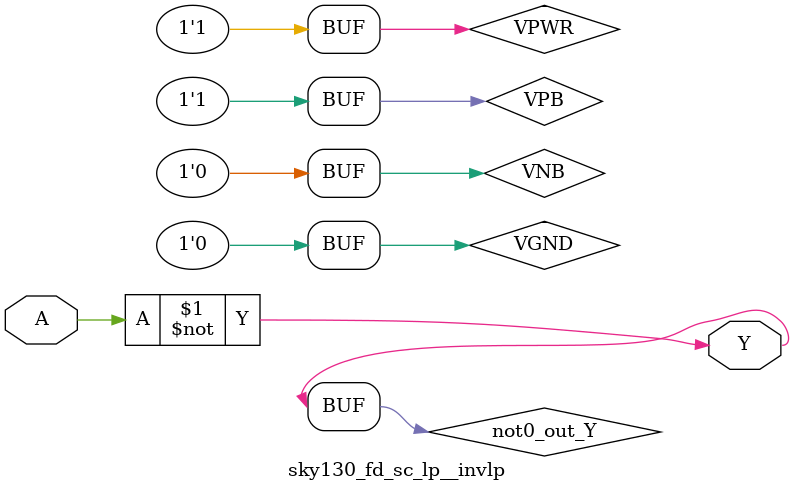
<source format=v>
/*
 * Copyright 2020 The SkyWater PDK Authors
 *
 * Licensed under the Apache License, Version 2.0 (the "License");
 * you may not use this file except in compliance with the License.
 * You may obtain a copy of the License at
 *
 *     https://www.apache.org/licenses/LICENSE-2.0
 *
 * Unless required by applicable law or agreed to in writing, software
 * distributed under the License is distributed on an "AS IS" BASIS,
 * WITHOUT WARRANTIES OR CONDITIONS OF ANY KIND, either express or implied.
 * See the License for the specific language governing permissions and
 * limitations under the License.
 *
 * SPDX-License-Identifier: Apache-2.0
*/


`ifndef SKY130_FD_SC_LP__INVLP_TIMING_V
`define SKY130_FD_SC_LP__INVLP_TIMING_V

/**
 * invlp: Low Power Inverter.
 *
 * Verilog simulation timing model.
 */

`timescale 1ns / 1ps
`default_nettype none

`celldefine
module sky130_fd_sc_lp__invlp (
    Y,
    A
);

    // Module ports
    output Y;
    input  A;

    // Module supplies
    supply1 VPWR;
    supply0 VGND;
    supply1 VPB ;
    supply0 VNB ;

    // Local signals
    wire not0_out_Y;

    //  Name  Output      Other arguments
    not not0 (not0_out_Y, A              );
    buf buf0 (Y         , not0_out_Y     );

endmodule
`endcelldefine

`default_nettype wire
`endif  // SKY130_FD_SC_LP__INVLP_TIMING_V

</source>
